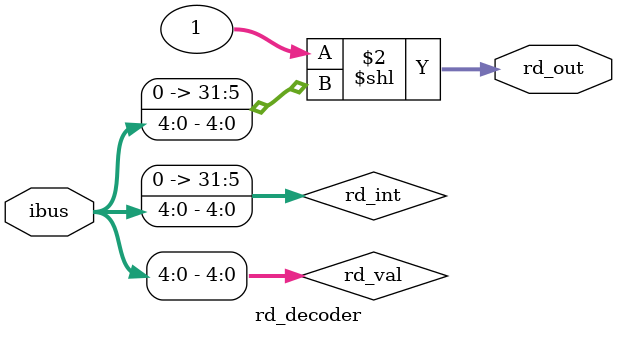
<source format=v>
`timescale 1ns / 1ps


module rd_decoder(ibus, rd_out);
    input[31:0] ibus;
    output[31:0] rd_out;
    
    wire[4:0] rd_val = ibus[4:0];
    integer rd_int;
    
    always@(rd_val) begin
        rd_int = rd_val;
    end
        
    assign rd_out = 32'b1 << rd_int;  
endmodule

</source>
